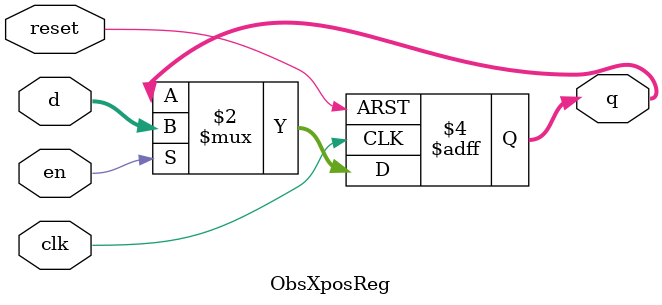
<source format=sv>
module ObsXposReg #(parameter WIDTH = 8, 
								BASE_XPOS = 10'd634)
					(input logic clk, reset, en,
					input logic [WIDTH-1:0] d,
					output logic [WIDTH-1:0] q);
					
always_ff @(posedge clk, posedge reset)

	if (reset) q <= BASE_XPOS;
	else if (en) q <= d;
	
endmodule
</source>
